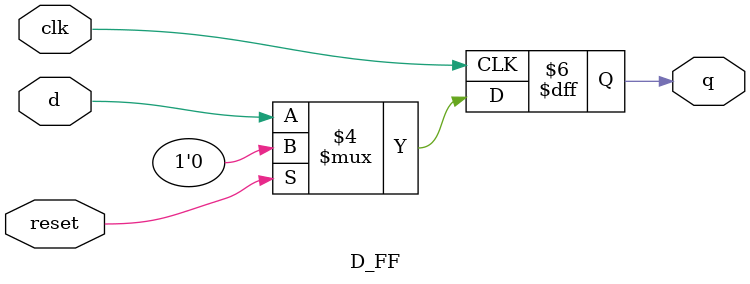
<source format=v>
module D_FF(q,d,clk,reset);
output reg q;
input d,clk,reset;

always@(posedge clk)
begin
	if(reset==1'b1)
		q<=1'b0;
	
	else
		q<=d;
end	

endmodule	

</source>
